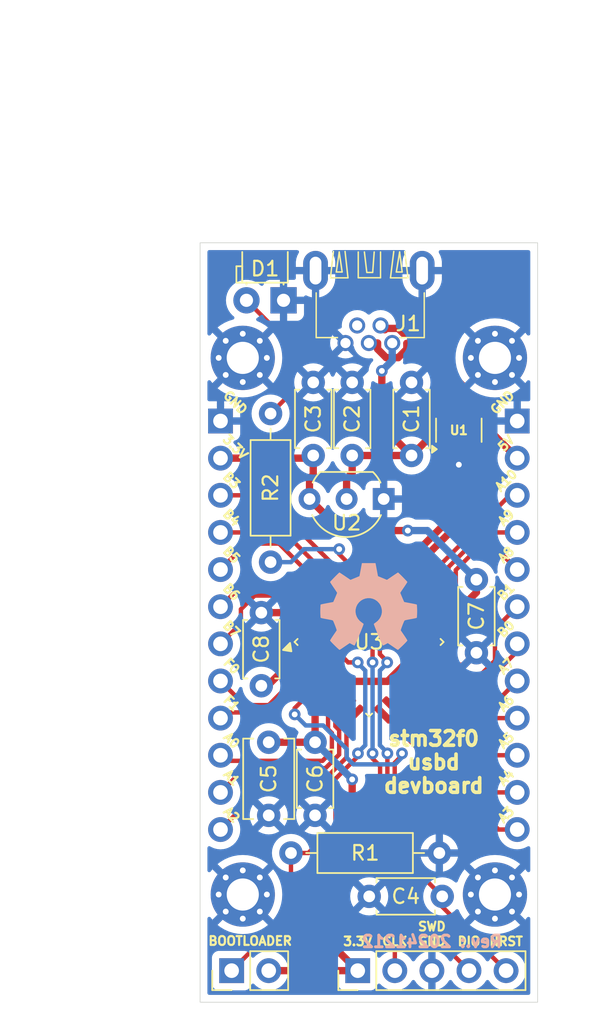
<source format=kicad_pcb>
(kicad_pcb (version 20240108) (generator "pcbnew") (generator_version "8.0")
  (title_block (title "stm32f0-usbd-devboard") (date "2024-12-12") (rev "20241212") (comment 3 "Released under CERN Open Hardware Licence Version 2 - Strongly Reciprocal") (comment 4 "Designed by: Rafael G. Martins"))
  (layers (0 "F.Cu" signal) (31 "B.Cu" signal) (34 "B.Paste" user) (35 "F.Paste" user) (36 "B.SilkS" user "B.Silkscreen") (37 "F.SilkS" user "F.Silkscreen") (38 "B.Mask" user) (39 "F.Mask" user) (44 "Edge.Cuts" user))
  (net 0 "")
  (net 1 "5V")
  (net 2 "3.3V")
  (net 3 "Net-(D1-A)")
  (net 4 "/USB_CONN_D-")
  (net 6 "/USB_CONN_D+")
  (net 7 "Net-(JP1-A)")
  (net 8 "LED")
  (net 9 "USB_D+")
  (net 10 "USB_D-")
  (net 11 "B6")
  (net 12 "A0")
  (net 13 "A2")
  (net 14 "F0")
  (net 15 "F1")
  (net 16 "B3")
  (net 17 "B5")
  (net 18 "A1")
  (net 19 "B4")
  (net 20 "B7")
  (net 21 "B0")
  (net 22 "A6")
  (net 23 "A8")
  (net 24 "A5")
  (net 25 "A7")
  (net 26 "B1")
  (net 27 "A4")
  (net 28 "A3")
  (net 29 "A9")
  (net 30 "A10")
  (net 31 "GND")
  (net 32 "NRST")
  (net 33 "CLK")
  (net 34 "DIO")
  (footprint "custom:C_TDK_FA28" (layer "F.Cu") (at 154.432 106.4006 90)
    (property "Reference" "C7" (at 2.5 0 90) (layer "F.SilkS"))
    (property "Value" "100n")
    (pad "1" thru_hole circle (at 0 0 90) (size 1.6 1.6) (drill 0.8) (layers "*.Cu" "*.Mask") (net 31 "GND"))
    (pad "2" thru_hole circle (at 5 0 90) (size 1.6 1.6) (drill 0.8) (layers "*.Cu" "*.Mask") (net 2 "3.3V"))
  )
  (footprint "custom:USB_Mini-B_PTH" (layer "F.Cu") (at 148.666 85.217 180)
    (property "Reference" "J1" (at -0.14 1.327 0) (layer "F.SilkS") (effects (justify left)))
    (property "Value" "USB_B_Mini" (hide yes))
    (pad "1" thru_hole circle (at 0 0 90) (size 1.1 1.1) (drill 0.7) (layers "*.Cu" "*.Mask") (net 1 "5V"))
    (pad "2" thru_hole circle (at 0.8 1.2 90) (size 1.1 1.1) (drill 0.7) (layers "*.Cu" "*.Mask") (net 4 "/USB_CONN_D-"))
    (pad "3" thru_hole circle (at 1.6 0 90) (size 1.1 1.1) (drill 0.7) (layers "*.Cu" "*.Mask") (net 6 "/USB_CONN_D+"))
    (pad "4" thru_hole circle (at 2.4 1.2 90) (size 1.1 1.1) (drill 0.7) (layers "*.Cu" "*.Mask"))
    (pad "5" thru_hole circle (at 3.2 0 90) (size 1.1 1.1) (drill 0.7) (layers "*.Cu" "*.Mask") (net 31 "GND"))
    (pad "6" thru_hole oval (at -2.05 4.953 90) (size 2.7 1.7) (drill oval 1.9 0.8) (layers "*.Cu" "*.Mask") (net 31 "GND"))
    (pad "6" thru_hole oval (at 5.25 4.953 90) (size 2.7 1.7) (drill oval 1.9 0.8) (layers "*.Cu" "*.Mask") (net 31 "GND"))
  )
  (footprint "custom:LED_D3.0mm_Horizontal_O1.27mm_Z2.0mm" (layer "F.Cu") (at 141.224 82.296 180)
    (property "Reference" "D1" (at 1.27 2.159 180) (layer "F.SilkS"))
    (property "Value" "LED Green 3mm")
    (pad "1" thru_hole rect (at 0 0 180) (size 1.8 1.8) (drill 0.9) (layers "*.Cu" "*.Mask") (net 31 "GND"))
    (pad "2" thru_hole circle (at 2.54 0 180) (size 1.8 1.8) (drill 0.9) (layers "*.Cu" "*.Mask") (net 3 "Net-(D1-A)"))
  )
  (footprint "custom:C_TDK_FA28" (layer "F.Cu") (at 143.256 87.9094 -90)
    (property "Reference" "C3" (at 2.5 0 90) (layer "F.SilkS"))
    (property "Value" "1u")
    (pad "1" thru_hole circle (at 0 0 270) (size 1.6 1.6) (drill 0.8) (layers "*.Cu" "*.Mask") (net 31 "GND"))
    (pad "2" thru_hole circle (at 5 0 270) (size 1.6 1.6) (drill 0.8) (layers "*.Cu" "*.Mask") (net 2 "3.3V"))
  )
  (footprint "custom:C_TDK_FA28" (layer "F.Cu") (at 149.987 87.9094 -90)
    (property "Reference" "C1" (at 2.5 0 90) (layer "F.SilkS"))
    (property "Value" "100n")
    (pad "1" thru_hole circle (at 0 0 270) (size 1.6 1.6) (drill 0.8) (layers "*.Cu" "*.Mask") (net 31 "GND"))
    (pad "2" thru_hole circle (at 5 0 270) (size 1.6 1.6) (drill 0.8) (layers "*.Cu" "*.Mask") (net 1 "5V"))
  )
  (footprint "custom:R_YAGEO_MFR-25FTE52_Horizontal" (layer "F.Cu") (at 140.335 100.203 90)
    (property "Reference" "R2" (at 5.08 0 90) (layer "F.SilkS"))
    (property "Value" "10k")
    (pad "1" thru_hole circle (at 0 0 90) (size 1.6 1.6) (drill 0.8) (layers "*.Cu" "*.Mask") (net 8 "LED"))
    (pad "2" thru_hole oval (at 10.16 0 90) (size 1.6 1.6) (drill 0.8) (layers "*.Cu" "*.Mask") (net 3 "Net-(D1-A)"))
  )
  (footprint "MountingHole:MountingHole_2.2mm_M2_Pad_Via" (layer "F.Cu") (at 138.43 86.233)
    (property "Reference" "H1" (hide yes))
    (property "Value" "MountingHole_Pad")
    (pad "1" thru_hole circle (at -1.65 0) (size 0.7 0.7) (drill 0.4) (layers "*.Cu" "*.Mask") (net 31 "GND"))
    (pad "1" thru_hole circle (at -1.166726 -1.166726) (size 0.7 0.7) (drill 0.4) (layers "*.Cu" "*.Mask") (net 31 "GND"))
    (pad "1" thru_hole circle (at -1.166726 1.166726) (size 0.7 0.7) (drill 0.4) (layers "*.Cu" "*.Mask") (net 31 "GND"))
    (pad "1" thru_hole circle (at 0 -1.65) (size 0.7 0.7) (drill 0.4) (layers "*.Cu" "*.Mask") (net 31 "GND"))
    (pad "1" thru_hole circle (at 0 0) (size 4.4 4.4) (drill 2.2) (layers "*.Cu" "*.Mask") (net 31 "GND"))
    (pad "1" thru_hole circle (at 0 1.65) (size 0.7 0.7) (drill 0.4) (layers "*.Cu" "*.Mask") (net 31 "GND"))
    (pad "1" thru_hole circle (at 1.166726 -1.166726) (size 0.7 0.7) (drill 0.4) (layers "*.Cu" "*.Mask") (net 31 "GND"))
    (pad "1" thru_hole circle (at 1.166726 1.166726) (size 0.7 0.7) (drill 0.4) (layers "*.Cu" "*.Mask") (net 31 "GND"))
    (pad "1" thru_hole circle (at 1.65 0) (size 0.7 0.7) (drill 0.4) (layers "*.Cu" "*.Mask") (net 31 "GND"))
  )
  (footprint "custom:C_TDK_FA28" (layer "F.Cu") (at 139.7 103.6574 -90)
    (property "Reference" "C8" (at 2.5 0 90) (layer "F.SilkS"))
    (property "Value" "100n")
    (pad "1" thru_hole circle (at 0 0 270) (size 1.6 1.6) (drill 0.8) (layers "*.Cu" "*.Mask") (net 31 "GND"))
    (pad "2" thru_hole circle (at 5 0 270) (size 1.6 1.6) (drill 0.8) (layers "*.Cu" "*.Mask") (net 2 "3.3V"))
  )
  (footprint "custom:C_TDK_FA26" (layer "F.Cu") (at 140.208 117.522 90)
    (property "Reference" "C5" (at 2.5 0 90) (layer "F.SilkS"))
    (property "Value" "10u")
    (pad "1" thru_hole circle (at 0 0 90) (size 1.6 1.6) (drill 0.8) (layers "*.Cu" "*.Mask") (net 31 "GND"))
    (pad "2" thru_hole circle (at 5 0 90) (size 1.6 1.6) (drill 0.8) (layers "*.Cu" "*.Mask") (net 2 "3.3V"))
  )
  (footprint "custom:C_TDK_FA28" (layer "F.Cu") (at 147.0914 123.063)
    (property "Reference" "C4" (at 2.5 0 0) (layer "F.SilkS"))
    (property "Value" "100n")
    (pad "1" thru_hole circle (at 0 0) (size 1.6 1.6) (drill 0.8) (layers "*.Cu" "*.Mask") (net 31 "GND"))
    (pad "2" thru_hole circle (at 5 0) (size 1.6 1.6) (drill 0.8) (layers "*.Cu" "*.Mask") (net 32 "NRST"))
  )
  (footprint "MountingHole:MountingHole_2.2mm_M2_Pad_Via" (layer "F.Cu") (at 155.702 122.936)
    (property "Reference" "H4" (hide yes))
    (property "Value" "MountingHole_Pad")
    (pad "1" thru_hole circle (at -1.65 0) (size 0.7 0.7) (drill 0.4) (layers "*.Cu" "*.Mask") (net 31 "GND"))
    (pad "1" thru_hole circle (at -1.166726 -1.166726) (size 0.7 0.7) (drill 0.4) (layers "*.Cu" "*.Mask") (net 31 "GND"))
    (pad "1" thru_hole circle (at -1.166726 1.166726) (size 0.7 0.7) (drill 0.4) (layers "*.Cu" "*.Mask") (net 31 "GND"))
    (pad "1" thru_hole circle (at 0 -1.65) (size 0.7 0.7) (drill 0.4) (layers "*.Cu" "*.Mask") (net 31 "GND"))
    (pad "1" thru_hole circle (at 0 0) (size 4.4 4.4) (drill 2.2) (layers "*.Cu" "*.Mask") (net 31 "GND"))
    (pad "1" thru_hole circle (at 0 1.65) (size 0.7 0.7) (drill 0.4) (layers "*.Cu" "*.Mask") (net 31 "GND"))
    (pad "1" thru_hole circle (at 1.166726 -1.166726) (size 0.7 0.7) (drill 0.4) (layers "*.Cu" "*.Mask") (net 31 "GND"))
    (pad "1" thru_hole circle (at 1.166726 1.166726) (size 0.7 0.7) (drill 0.4) (layers "*.Cu" "*.Mask") (net 31 "GND"))
    (pad "1" thru_hole circle (at 1.65 0) (size 0.7 0.7) (drill 0.4) (layers "*.Cu" "*.Mask") (net 31 "GND"))
  )
  (footprint "MountingHole:MountingHole_2.2mm_M2_Pad_Via" (layer "F.Cu") (at 155.702 86.233)
    (property "Reference" "H2" (hide yes))
    (property "Value" "MountingHole_Pad")
    (pad "1" thru_hole circle (at -1.65 0) (size 0.7 0.7) (drill 0.4) (layers "*.Cu" "*.Mask") (net 31 "GND"))
    (pad "1" thru_hole circle (at -1.166726 -1.166726) (size 0.7 0.7) (drill 0.4) (layers "*.Cu" "*.Mask") (net 31 "GND"))
    (pad "1" thru_hole circle (at -1.166726 1.166726) (size 0.7 0.7) (drill 0.4) (layers "*.Cu" "*.Mask") (net 31 "GND"))
    (pad "1" thru_hole circle (at 0 -1.65) (size 0.7 0.7) (drill 0.4) (layers "*.Cu" "*.Mask") (net 31 "GND"))
    (pad "1" thru_hole circle (at 0 0) (size 4.4 4.4) (drill 2.2) (layers "*.Cu" "*.Mask") (net 31 "GND"))
    (pad "1" thru_hole circle (at 0 1.65) (size 0.7 0.7) (drill 0.4) (layers "*.Cu" "*.Mask") (net 31 "GND"))
    (pad "1" thru_hole circle (at 1.166726 -1.166726) (size 0.7 0.7) (drill 0.4) (layers "*.Cu" "*.Mask") (net 31 "GND"))
    (pad "1" thru_hole circle (at 1.166726 1.166726) (size 0.7 0.7) (drill 0.4) (layers "*.Cu" "*.Mask") (net 31 "GND"))
    (pad "1" thru_hole circle (at 1.65 0) (size 0.7 0.7) (drill 0.4) (layers "*.Cu" "*.Mask") (net 31 "GND"))
  )
  (footprint "Package_TO_SOT_THT:TO-92_Inline_Wide" (layer "F.Cu") (at 148.082 95.885 180)
    (property "Reference" "U2" (at 2.54 -1.63 0) (layer "F.SilkS"))
    (property "Value" "MCP1700-3302E")
    (pad "1" thru_hole rect (at 0 0 180) (size 1.5 1.5) (drill 0.8) (layers "*.Cu" "*.Mask") (net 31 "GND"))
    (pad "2" thru_hole circle (at 2.54 0 180) (size 1.5 1.5) (drill 0.8) (layers "*.Cu" "*.Mask") (net 1 "5V"))
    (pad "3" thru_hole circle (at 5.08 0 180) (size 1.5 1.5) (drill 0.8) (layers "*.Cu" "*.Mask") (net 2 "3.3V"))
  )
  (footprint "MountingHole:MountingHole_2.2mm_M2_Pad_Via" (layer "F.Cu") (at 138.431 122.936)
    (property "Reference" "H3" (hide yes))
    (property "Value" "MountingHole_Pad")
    (pad "1" thru_hole circle (at -1.65 0) (size 0.7 0.7) (drill 0.4) (layers "*.Cu" "*.Mask") (net 31 "GND"))
    (pad "1" thru_hole circle (at -1.166726 -1.166726) (size 0.7 0.7) (drill 0.4) (layers "*.Cu" "*.Mask") (net 31 "GND"))
    (pad "1" thru_hole circle (at -1.166726 1.166726) (size 0.7 0.7) (drill 0.4) (layers "*.Cu" "*.Mask") (net 31 "GND"))
    (pad "1" thru_hole circle (at 0 -1.65) (size 0.7 0.7) (drill 0.4) (layers "*.Cu" "*.Mask") (net 31 "GND"))
    (pad "1" thru_hole circle (at 0 0) (size 4.4 4.4) (drill 2.2) (layers "*.Cu" "*.Mask") (net 31 "GND"))
    (pad "1" thru_hole circle (at 0 1.65) (size 0.7 0.7) (drill 0.4) (layers "*.Cu" "*.Mask") (net 31 "GND"))
    (pad "1" thru_hole circle (at 1.166726 -1.166726) (size 0.7 0.7) (drill 0.4) (layers "*.Cu" "*.Mask") (net 31 "GND"))
    (pad "1" thru_hole circle (at 1.166726 1.166726) (size 0.7 0.7) (drill 0.4) (layers "*.Cu" "*.Mask") (net 31 "GND"))
    (pad "1" thru_hole circle (at 1.65 0) (size 0.7 0.7) (drill 0.4) (layers "*.Cu" "*.Mask") (net 31 "GND"))
  )
  (footprint "custom:C_TDK_FA28" (layer "F.Cu") (at 143.383 117.522 90)
    (property "Reference" "C6" (at 2.5 0 90) (layer "F.SilkS"))
    (property "Value" "100n")
    (pad "1" thru_hole circle (at 0 0 90) (size 1.6 1.6) (drill 0.8) (layers "*.Cu" "*.Mask") (net 31 "GND"))
    (pad "2" thru_hole circle (at 5 0 90) (size 1.6 1.6) (drill 0.8) (layers "*.Cu" "*.Mask") (net 2 "3.3V"))
  )
  (footprint "Package_TO_SOT_SMD:SOT-23-6" (layer "F.Cu") (at 153.228 91.1805 90)
    (property "Reference" "U1" (at -0.0055 0 180) (layer "F.SilkS") (effects (font (size 0.6 0.6))))
    (property "Value" "USBLC6-2SC6")
    (pad "1" smd roundrect (at -1.1375 -0.95 90) (size 1.325 0.6) (layers "F.Cu" "F.Paste" "F.Mask") (net 9 "USB_D+"))
    (pad "2" smd roundrect (at -1.1375 0 90) (size 1.325 0.6) (layers "F.Cu" "F.Paste" "F.Mask") (net 31 "GND"))
    (pad "3" smd roundrect (at -1.1375 0.95 90) (size 1.325 0.6) (layers "F.Cu" "F.Paste" "F.Mask") (net 10 "USB_D-"))
    (pad "4" smd roundrect (at 1.1375 0.95 90) (size 1.325 0.6) (layers "F.Cu" "F.Paste" "F.Mask") (net 4 "/USB_CONN_D-"))
    (pad "5" smd roundrect (at 1.1375 0 90) (size 1.325 0.6) (layers "F.Cu" "F.Paste" "F.Mask") (net 1 "5V"))
    (pad "6" smd roundrect (at 1.1375 -0.95 90) (size 1.325 0.6) (layers "F.Cu" "F.Paste" "F.Mask") (net 6 "/USB_CONN_D+"))
  )
  (footprint "custom:R_YAGEO_MFR-25FTE52_Horizontal" (layer "F.Cu") (at 141.732 120.096384)
    (property "Reference" "R1" (at 5.08 0 0) (layer "F.SilkS"))
    (property "Value" "10k")
    (pad "1" thru_hole circle (at 0 0) (size 1.6 1.6) (drill 0.8) (layers "*.Cu" "*.Mask") (net 7 "Net-(JP1-A)"))
    (pad "2" thru_hole oval (at 10.16 0) (size 1.6 1.6) (drill 0.8) (layers "*.Cu" "*.Mask") (net 31 "GND"))
  )
  (footprint "Connector_PinHeader_2.54mm:PinHeader_1x02_P2.54mm_Vertical" (layer "F.Cu") (at 137.668 128.143 90)
    (property "Reference" "JP1" (hide yes))
    (property "Value" "BOOTLOADER" (hide yes))
    (property "Descr" "BOOTLOADER" (at 2.032 1.27 0) (layer "F.SilkS") (effects (font (size 0.6 0.6))))
    (pad "1" thru_hole rect (at 0 0 90) (size 1.7 1.7) (drill 1) (layers "*.Cu" "*.Mask") (net 7 "Net-(JP1-A)"))
    (pad "2" thru_hole oval (at 0 2.54 90) (size 1.7 1.7) (drill 1) (layers "*.Cu" "*.Mask") (net 2 "3.3V"))
  )
  (footprint "Package_QFP:LQFP-32_7x7mm_P0.8mm" (layer "F.Cu") (at 147.079957 105.664 45)
    (property "Reference" "U3" (at 0 0 180) (layer "F.SilkS"))
    (property "Value" "STM32F042K4T6 or STM32F042K6T6")
    (pad "1" smd roundrect (at -4.175 -2.8 45) (size 1.5 0.5) (layers "F.Cu" "F.Paste" "F.Mask") (net 2 "3.3V"))
    (pad "2" smd roundrect (at -4.175 -2 45) (size 1.5 0.5) (layers "F.Cu" "F.Paste" "F.Mask") (net 14 "F0"))
    (pad "3" smd roundrect (at -4.175 -1.2 45) (size 1.5 0.5) (layers "F.Cu" "F.Paste" "F.Mask") (net 15 "F1"))
    (pad "4" smd roundrect (at -4.175 -0.4 45) (size 1.5 0.5) (layers "F.Cu" "F.Paste" "F.Mask") (net 32 "NRST"))
    (pad "5" smd roundrect (at -4.175 0.4 45) (size 1.5 0.5) (layers "F.Cu" "F.Paste" "F.Mask") (net 2 "3.3V"))
    (pad "6" smd roundrect (at -4.175 1.2 45) (size 1.5 0.5) (layers "F.Cu" "F.Paste" "F.Mask") (net 12 "A0"))
    (pad "7" smd roundrect (at -4.175 2 45) (size 1.5 0.5) (layers "F.Cu" "F.Paste" "F.Mask") (net 18 "A1"))
    (pad "8" smd roundrect (at -4.175 2.8 45) (size 1.5 0.5) (layers "F.Cu" "F.Paste" "F.Mask") (net 13 "A2"))
    (pad "9" smd roundrect (at -2.8 4.175 45) (size 0.5 1.5) (layers "F.Cu" "F.Paste" "F.Mask") (net 28 "A3"))
    (pad "10" smd roundrect (at -2 4.175 45) (size 0.5 1.5) (layers "F.Cu" "F.Paste" "F.Mask") (net 27 "A4"))
    (pad "11" smd roundrect (at -1.2 4.175 45) (size 0.5 1.5) (layers "F.Cu" "F.Paste" "F.Mask") (net 24 "A5"))
    (pad "12" smd roundrect (at -0.4 4.175 45) (size 0.5 1.5) (layers "F.Cu" "F.Paste" "F.Mask") (net 22 "A6"))
    (pad "13" smd roundrect (at 0.4 4.175 45) (size 0.5 1.5) (layers "F.Cu" "F.Paste" "F.Mask") (net 25 "A7"))
    (pad "14" smd roundrect (at 1.2 4.175 45) (size 0.5 1.5) (layers "F.Cu" "F.Paste" "F.Mask") (net 21 "B0"))
    (pad "15" smd roundrect (at 2 4.175 45) (size 0.5 1.5) (layers "F.Cu" "F.Paste" "F.Mask") (net 26 "B1"))
    (pad "16" smd roundrect (at 2.8 4.175 45) (size 0.5 1.5) (layers "F.Cu" "F.Paste" "F.Mask") (net 31 "GND"))
    (pad "17" smd roundrect (at 4.175 2.8 45) (size 1.5 0.5) (layers "F.Cu" "F.Paste" "F.Mask") (net 2 "3.3V"))
    (pad "18" smd roundrect (at 4.175 2 45) (size 1.5 0.5) (layers "F.Cu" "F.Paste" "F.Mask") (net 23 "A8"))
    (pad "19" smd roundrect (at 4.175 1.2 45) (size 1.5 0.5) (layers "F.Cu" "F.Paste" "F.Mask") (net 29 "A9"))
    (pad "20" smd roundrect (at 4.175 0.4 45) (size 1.5 0.5) (layers "F.Cu" "F.Paste" "F.Mask") (net 30 "A10"))
    (pad "21" smd roundrect (at 4.175 -0.4 45) (size 1.5 0.5) (layers "F.Cu" "F.Paste" "F.Mask") (net 10 "USB_D-"))
    (pad "22" smd roundrect (at 4.175 -1.2 45) (size 1.5 0.5) (layers "F.Cu" "F.Paste" "F.Mask") (net 9 "USB_D+"))
    (pad "23" smd roundrect (at 4.175 -2 45) (size 1.5 0.5) (layers "F.Cu" "F.Paste" "F.Mask") (net 34 "DIO"))
    (pad "24" smd roundrect (at 4.175 -2.8 45) (size 1.5 0.5) (layers "F.Cu" "F.Paste" "F.Mask") (net 33 "CLK"))
    (pad "25" smd roundrect (at 2.8 -4.175 45) (size 0.5 1.5) (layers "F.Cu" "F.Paste" "F.Mask") (net 8 "LED"))
    (pad "26" smd roundrect (at 2 -4.175 45) (size 0.5 1.5) (layers "F.Cu" "F.Paste" "F.Mask") (net 16 "B3"))
    (pad "27" smd roundrect (at 1.2 -4.175 45) (size 0.5 1.5) (layers "F.Cu" "F.Paste" "F.Mask") (net 19 "B4"))
    (pad "28" smd roundrect (at 0.4 -4.175 45) (size 0.5 1.5) (layers "F.Cu" "F.Paste" "F.Mask") (net 17 "B5"))
    (pad "29" smd roundrect (at -0.4 -4.175 45) (size 0.5 1.5) (layers "F.Cu" "F.Paste" "F.Mask") (net 11 "B6"))
    (pad "30" smd roundrect (at -1.2 -4.175 45) (size 0.5 1.5) (layers "F.Cu" "F.Paste" "F.Mask") (net 20 "B7"))
    (pad "31" smd roundrect (at -2 -4.175 45) (size 0.5 1.5) (layers "F.Cu" "F.Paste" "F.Mask") (net 7 "Net-(JP1-A)"))
    (pad "32" smd roundrect (at -2.8 -4.175 45) (size 0.5 1.5) (layers "F.Cu" "F.Paste" "F.Mask") (net 31 "GND"))
  )
  (footprint "custom:PinHeader_SWD_1x05_P2.54mm_Vertical" (layer "F.Cu") (at 146.304 128.143)
    (property "Reference" "J2" (hide yes))
    (property "Value" "PIN H 5P")
    (fp_text user "${NET_NAME(1)}" (at 0 -1.651 0) (layer "F.SilkS") (effects (font (size 0.6 0.6) (thickness 0.15) (bold yes)) (justify bottom)))
    (fp_text user "${NET_NAME(2)}" (at 2.54 -1.651 0) (layer "F.SilkS") (effects (font (size 0.6 0.6) (thickness 0.15) (bold yes)) (justify bottom)))
    (fp_text user "${Descr}" (at 5.08 -2.667 0) (layer "F.SilkS") (effects (font (size 0.6 0.6) (thickness 0.15) (bold yes)) (justify bottom)))
    (fp_text user "${NET_NAME(5)}" (at 10.16 -1.651 0) (layer "F.SilkS") (effects (font (size 0.6 0.6) (thickness 0.15) (bold yes)) (justify bottom)))
    (fp_text user "${NET_NAME(3)}" (at 5.08 -1.651 0) (layer "F.SilkS") (effects (font (size 0.6 0.6) (thickness 0.15) (bold yes)) (justify bottom)))
    (fp_text user "${NET_NAME(4)}" (at 7.62 -1.651 0) (layer "F.SilkS") (effects (font (size 0.6 0.6) (thickness 0.15) (bold yes)) (justify bottom)))
    (pad "1" thru_hole rect (at 0 0 90) (size 1.7 1.7) (drill 1) (layers "*.Cu" "*.Mask") (net 2 "3.3V"))
    (pad "2" thru_hole oval (at 2.54 0 90) (size 1.7 1.7) (drill 1) (layers "*.Cu" "*.Mask") (net 33 "CLK"))
    (pad "3" thru_hole oval (at 5.08 0 90) (size 1.7 1.7) (drill 1) (layers "*.Cu" "*.Mask") (net 31 "GND"))
    (pad "4" thru_hole oval (at 7.62 0 90) (size 1.7 1.7) (drill 1) (layers "*.Cu" "*.Mask") (net 34 "DIO"))
    (pad "5" thru_hole oval (at 10.16 0 90) (size 1.7 1.7) (drill 1) (layers "*.Cu" "*.Mask") (net 32 "NRST"))
  )
  (footprint "custom:C_TDK_FA28" (layer "F.Cu") (at 145.923 87.9094 -90)
    (property "Reference" "C2" (at 2.5 0 90) (layer "F.SilkS"))
    (property "Value" "1u")
    (pad "1" thru_hole circle (at 0 0 270) (size 1.6 1.6) (drill 0.8) (layers "*.Cu" "*.Mask") (net 31 "GND"))
    (pad "2" thru_hole circle (at 5 0 270) (size 1.6 1.6) (drill 0.8) (layers "*.Cu" "*.Mask") (net 1 "5V"))
  )
  (footprint "custom:PinHeader_DevBoard_Right_Connector_1x12_P2.54mm_Vertical" (layer "B.Cu") (at 157.226 90.551 180)
    (property "Reference" "J4" (hide yes))
    (property "Value" "RIGHT")
    (fp_text user "${NET_NAME(12)}" (at 0.508 -27.178 45) (layer "F.SilkS") (effects (font (size 0.6 0.6) (thickness 0.15) (bold yes)) (justify bottom)))
    (fp_text user "${NET_NAME(8)}" (at 0.508 -17.018 45) (layer "F.SilkS") (effects (font (size 0.6 0.6) (thickness 0.15) (bold yes)) (justify bottom)))
    (fp_text user "${NET_NAME(11)}" (at 0.508 -24.638 45) (layer "F.SilkS") (effects (font (size 0.6 0.6) (thickness 0.15) (bold yes)) (justify bottom)))
    (fp_text user "${NET_NAME(5)}" (at 0.508 -9.398 45) (layer "F.SilkS") (effects (font (size 0.6 0.6) (thickness 0.15) (bold yes)) (justify bottom)))
    (fp_text user "${NET_NAME(2)}" (at 0.508 -1.778 45) (layer "F.SilkS") (effects (font (size 0.6 0.6) (thickness 0.15) (bold yes)) (justify bottom)))
    (fp_text user "${NET_NAME(1)}" (at 0.762 1.016 45) (layer "F.SilkS") (effects (font (size 0.6 0.6) (thickness 0.15) (bold yes)) (justify bottom)))
    (fp_text user "${NET_NAME(6)}" (at 0.508 -11.938 45) (layer "F.SilkS") (effects (font (size 0.6 0.6) (thickness 0.15) (bold yes)) (justify bottom)))
    (fp_text user "${NET_NAME(7)}" (at 0.508 -14.478 45) (layer "F.SilkS") (effects (font (size 0.6 0.6) (thickness 0.15) (bold yes)) (justify bottom)))
    (fp_text user "${NET_NAME(10)}" (at 0.508 -22.098 45) (layer "F.SilkS") (effects (font (size 0.6 0.6) (thickness 0.15) (bold yes)) (justify bottom)))
    (fp_text user "${NET_NAME(4)}" (at 0.508 -6.858 45) (layer "F.SilkS") (effects (font (size 0.6 0.6) (thickness 0.15) (bold yes)) (justify bottom)))
    (fp_text user "${NET_NAME(3)}" (at 0.508 -4.318 45) (layer "F.SilkS") (effects (font (size 0.6 0.6) (thickness 0.15) (bold yes)) (justify bottom)))
    (fp_text user "${NET_NAME(9)}" (at 0.508 -19.558 45) (layer "F.SilkS") (effects (font (size 0.6 0.6) (thickness 0.15) (bold yes)) (justify bottom)))
    (pad "1" thru_hole rect (at 0 0 180) (size 1.7 1.7) (drill 1) (layers "*.Cu" "*.Mask") (net 31 "GND"))
    (pad "2" thru_hole oval (at 0 -2.54 180) (size 1.7 1.7) (drill 1) (layers "*.Cu" "*.Mask") (net 1 "5V"))
    (pad "3" thru_hole oval (at 0 -5.08 180) (size 1.7 1.7) (drill 1) (layers "*.Cu" "*.Mask") (net 30 "A10"))
    (pad "4" thru_hole oval (at 0 -7.62 180) (size 1.7 1.7) (drill 1) (layers "*.Cu" "*.Mask") (net 29 "A9"))
    (pad "5" thru_hole oval (at 0 -10.16 180) (size 1.7 1.7) (drill 1) (layers "*.Cu" "*.Mask") (net 23 "A8"))
    (pad "6" thru_hole oval (at 0 -12.7 180) (size 1.7 1.7) (drill 1) (layers "*.Cu" "*.Mask") (net 26 "B1"))
    (pad "7" thru_hole oval (at 0 -15.24 180) (size 1.7 1.7) (drill 1) (layers "*.Cu" "*.Mask") (net 21 "B0"))
    (pad "8" thru_hole oval (at 0 -17.78 180) (size 1.7 1.7) (drill 1) (layers "*.Cu" "*.Mask") (net 25 "A7"))
    (pad "9" thru_hole oval (at 0 -20.32 180) (size 1.7 1.7) (drill 1) (layers "*.Cu" "*.Mask") (net 22 "A6"))
    (pad "10" thru_hole oval (at 0 -22.86 180) (size 1.7 1.7) (drill 1) (layers "*.Cu" "*.Mask") (net 24 "A5"))
    (pad "11" thru_hole oval (at 0 -25.4 180) (size 1.7 1.7) (drill 1) (layers "*.Cu" "*.Mask") (net 27 "A4"))
    (pad "12" thru_hole oval (at 0 -27.94 180) (size 1.7 1.7) (drill 1) (layers "*.Cu" "*.Mask") (net 28 "A3"))
  )
  (footprint "Symbol:OSHW-Symbol_6.7x6mm_SilkScreen" (layer "B.Cu") (at 147.066 103.251 180)
    (property "Reference" "REF**" (hide yes))
    (property "Value" "OSHW-Symbol_6.7x6mm_SilkScreen" (hide yes))
  )
  (footprint "custom:PinHeader_DevBoard_Left_Connector_1x12_P2.54mm_Vertical" (layer "B.Cu") (at 136.906 90.551 180)
    (property "Reference" "J3" (hide yes))
    (property "Value" "LEFT")
    (fp_text user "${NET_NAME(9)}" (at -0.508 -19.558 -45) (layer "F.SilkS") (effects (font (size 0.6 0.6) (thickness 0.15) (bold yes)) (justify bottom)))
    (fp_text user "${NET_NAME(7)}" (at -0.508 -14.478 -45) (layer "F.SilkS") (effects (font (size 0.6 0.6) (thickness 0.15) (bold yes)) (justify bottom)))
    (fp_text user "${NET_NAME(5)}" (at -0.508 -9.398 -45) (layer "F.SilkS") (effects (font (size 0.6 0.6) (thickness 0.15) (bold yes)) (justify bottom)))
    (fp_text user "${NET_NAME(1)}" (at -0.762 1.016 -45) (layer "F.SilkS") (effects (font (size 0.6 0.6) (thickness 0.15) (bold yes)) (justify bottom)))
    (fp_text user "${NET_NAME(6)}" (at -0.508 -11.938 -45) (layer "F.SilkS") (effects (font (size 0.6 0.6) (thickness 0.15) (bold yes)) (justify bottom)))
    (fp_text user "${NET_NAME(12)}" (at -0.508 -27.178 -45) (layer "F.SilkS") (effects (font (size 0.6 0.6) (thickness 0.15) (bold yes)) (justify bottom)))
    (fp_text user "${NET_NAME(3)}" (at -0.508 -4.318 -45) (layer "F.SilkS") (effects (font (size 0.6 0.6) (thickness 0.15) (bold yes)) (justify bottom)))
    (fp_text user "${NET_NAME(8)}" (at -0.508 -17.018 -45) (layer "F.SilkS") (effects (font (size 0.6 0.6) (thickness 0.15) (bold yes)) (justify bottom)))
    (fp_text user "${NET_NAME(11)}" (at -0.508 -24.638 -45) (layer "F.SilkS") (effects (font (size 0.6 0.6) (thickness 0.15) (bold yes)) (justify bottom)))
    (fp_text user "${NET_NAME(4)}" (at -0.508 -6.858 -45) (layer "F.SilkS") (effects (font (size 0.6 0.6) (thickness 0.15) (bold yes)) (justify bottom)))
    (fp_text user "${NET_NAME(10)}" (at -0.508 -22.098 -45) (layer "F.SilkS") (effects (font (size 0.6 0.6) (thickness 0.15) (bold yes)) (justify bottom)))
    (fp_text user "${NET_NAME(2)}" (at -0.762 -2.034 -45) (layer "F.SilkS") (effects (font (size 0.6 0.6) (thickness 0.15) (bold yes)) (justify bottom)))
    (pad "1" thru_hole rect (at 0 0 180) (size 1.7 1.7) (drill 1) (layers "*.Cu" "*.Mask") (net 31 "GND"))
    (pad "2" thru_hole oval (at 0 -2.54 180) (size 1.7 1.7) (drill 1) (layers "*.Cu" "*.Mask") (net 2 "3.3V"))
    (pad "3" thru_hole oval (at 0 -5.08 180) (size 1.7 1.7) (drill 1) (layers "*.Cu" "*.Mask") (net 16 "B3"))
    (pad "4" thru_hole oval (at 0 -7.62 180) (size 1.7 1.7) (drill 1) (layers "*.Cu" "*.Mask") (net 19 "B4"))
    (pad "5" thru_hole oval (at 0 -10.16 180) (size 1.7 1.7) (drill 1) (layers "*.Cu" "*.Mask") (net 17 "B5"))
    (pad "6" thru_hole oval (at 0 -12.7 180) (size 1.7 1.7) (drill 1) (layers "*.Cu" "*.Mask") (net 11 "B6"))
    (pad "7" thru_hole oval (at 0 -15.24 180) (size 1.7 1.7) (drill 1) (layers "*.Cu" "*.Mask") (net 20 "B7"))
    (pad "8" thru_hole oval (at 0 -17.78 180) (size 1.7 1.7) (drill 1) (layers "*.Cu" "*.Mask") (net 14 "F0"))
    (pad "9" thru_hole oval (at 0 -20.32 180) (size 1.7 1.7) (drill 1) (layers "*.Cu" "*.Mask") (net 15 "F1"))
    (pad "10" thru_hole oval (at 0 -22.86 180) (size 1.7 1.7) (drill 1) (layers "*.Cu" "*.Mask") (net 12 "A0"))
    (pad "11" thru_hole oval (at 0 -25.4 180) (size 1.7 1.7) (drill 1) (layers "*.Cu" "*.Mask") (net 18 "A1"))
    (pad "12" thru_hole oval (at 0 -27.94 180) (size 1.7 1.7) (drill 1) (layers "*.Cu" "*.Mask") (net 13 "A2"))
  )
  (gr_rect (start 135.509 78.359) (end 158.623 130.302) (stroke (width 0.05)) (fill none) (layer "Edge.Cuts"))
  (gr_text "Rev.: ${REVISION}" (at 151.384 126.619 0) (layer "B.SilkS") (effects (font (size 0.8 0.8) (thickness 0.2) (bold yes)) (justify bottom mirror)))
  (gr_text "stm32f0\nusbd\ndevboard" (at 151.511 116.078 0) (layer "F.SilkS") (effects (font (size 1 1) (thickness 0.25) (bold yes)) (justify bottom)))
  (segment (start 151.6909 91.2055) (end 149.987 92.9094) (width 0.5) (layer "F.Cu") (net 1))
  (segment (start 147.955 90.8774) (end 149.987 92.9094) (width 0.5) (layer "F.Cu") (net 1))
  (segment (start 153.228 90.705499) (end 152.727999 91.2055) (width 0.5) (layer "F.Cu") (net 1))
  (segment (start 145.542 94.488) (end 145.923 94.107) (width 0.5) (layer "F.Cu") (net 1))
  (segment (start 153.228 90.043) (end 153.228 90.705499) (width 0.5) (layer "F.Cu") (net 1))
  (segment (start 147.955 87.122) (end 147.955 90.8774) (width 0.5) (layer "F.Cu") (net 1))
  (segment (start 145.542 95.885) (end 145.542 94.488) (width 0.5) (layer "F.Cu") (net 1))
  (segment (start 145.923 92.9094) (end 149.987 92.9094) (width 0.5) (layer "F.Cu") (net 1))
  (segment (start 153.228 90.705499) (end 153.708501 91.186) (width 0.5) (layer "F.Cu") (net 1))
  (segment (start 153.708501 91.186) (end 155.321 91.186) (width 0.5) (layer "F.Cu") (net 1))
  (segment (start 145.923 94.107) (end 145.923 92.9094) (width 0.5) (layer "F.Cu") (net 1))
  (segment (start 155.321 91.186) (end 157.226 93.091) (width 0.5) (layer "F.Cu") (net 1))
  (segment (start 152.727999 91.2055) (end 151.6909 91.2055) (width 0.5) (layer "F.Cu") (net 1))
  (via (at 147.955 87.122) (size 0.8) (drill 0.4) (layers "F.Cu" "B.Cu") (net 1))
  (segment (start 148.666 85.217) (end 148.666 86.411) (width 0.5) (layer "B.Cu") (net 1))
  (segment (start 148.666 86.411) (end 147.955 87.122) (width 0.5) (layer "B.Cu") (net 1))
  (segment (start 149.733 98.044) (end 145.161 98.044) (width 0.5) (layer "F.Cu") (net 2))
  (segment (start 136.906 93.091) (end 143.0744 93.091) (width 0.5) (layer "F.Cu") (net 2))
  (segment (start 143.383 109.926643) (end 144.410629 108.899014) (width 0.5) (layer "F.Cu") (net 2))
  (segment (start 142.689981 106.094178) (end 143.559178 106.094178) (width 0.5) (layer "F.Cu") (net 2))
  (segment (start 142.147887 106.636272) (end 142.689981 106.094178) (width 0.5) (layer "F.Cu") (net 2))
  (segment (start 144.410629 108.899014) (end 144.952723 108.35692) (width 0.5) (layer "F.Cu") (net 2))
  (segment (start 144.78 120.015) (end 144.78 126.619) (width 0.5) (layer "F.Cu") (net 2))
  (segment (start 152.012027 104.691728) (end 154.432 102.271755) (width 0.5) (layer "F.Cu") (net 2))
  (segment (start 144.78 126.619) (end 146.304 128.143) (width 0.5) (layer "F.Cu") (net 2))
  (segment (start 145.161 98.044) (end 143.002 95.885) (width 0.5) (layer "F.Cu") (net 2))
  (segment (start 143.002 95.885) (end 143.002 94.488) (width 0.5) (layer "F.Cu") (net 2))
  (segment (start 143.559178 106.094178) (end 144.952723 107.487723) (width 0.5) (layer "F.Cu") (net 2))
  (segment (start 140.208 128.143) (end 146.304 128.143) (width 0.5) (layer "F.Cu") (net 2))
  (segment (start 144.952723 107.487723) (end 144.952723 108.35692) (width 0.5) (layer "F.Cu") (net 2))
  (segment (start 139.7 108.6574) (end 140.126759 108.6574) (width 0.5) (layer "F.Cu") (net 2))
  (segment (start 143.0744 93.091) (end 143.256 92.9094) (width 0.5) (layer "F.Cu") (net 2))
  (segment (start 140.208 112.522) (end 143.383 112.522) (width 0.5) (layer "F.Cu") (net 2))
  (segment (start 145.923 115.062) (end 145.923 118.872) (width 0.5) (layer "F.Cu") (net 2))
  (segment (start 145.923 118.872) (end 144.78 120.015) (width 0.5) (layer "F.Cu") (net 2))
  (segment (start 143.383 112.522) (end 143.383 109.926643) (width 0.5) (layer "F.Cu") (net 2))
  (segment (start 154.432 102.271755) (end 154.432 101.4006) (width 0.5) (layer "F.Cu") (net 2))
  (segment (start 140.126759 108.6574) (end 142.147887 106.636272) (width 0.5) (layer "F.Cu") (net 2))
  (segment (start 152.012027 104.691728) (end 148.346835 108.35692) (width 0.5) (layer "F.Cu") (net 2))
  (segment (start 143.256 94.234) (end 143.256 92.9094) (width 0.5) (layer "F.Cu") (net 2))
  (segment (start 148.346835 108.35692) (end 144.952723 108.35692) (width 0.5) (layer "F.Cu") (net 2))
  (segment (start 143.002 94.488) (end 143.256 94.234) (width 0.5) (layer "F.Cu") (net 2))
  (via (at 149.733 98.044) (size 0.8) (drill 0.4) (layers "F.Cu" "B.Cu") (net 2))
  (via (at 145.923 115.062) (size 0.8) (drill 0.4) (layers "F.Cu" "B.Cu") (net 2))
  (segment (start 145.923 115.062) (end 143.383 112.522) (width 0.5) (layer "B.Cu") (net 2))
  (segment (start 151.0754 98.044) (end 154.432 101.4006) (width 0.5) (layer "B.Cu") (net 2))
  (segment (start 149.733 98.044) (end 151.0754 98.044) (width 0.5) (layer "B.Cu") (net 2))
  (segment (start 141.478 88.9) (end 141.478 85.09) (width 0.3) (layer "F.Cu") (net 3))
  (segment (start 140.335 90.043) (end 141.478 88.9) (width 0.3) (layer "F.Cu") (net 3))
  (segment (start 141.478 85.09) (end 138.684 82.296) (width 0.3) (layer "F.Cu") (net 3))
  (segment (start 149.080214 84.217) (end 148.251786 84.217) (width 0.5) (layer "F.Cu") (net 4))
  (segment (start 154.178 89.6805) (end 153.978 89.4805) (width 0.5) (layer "F.Cu") (net 4))
  (segment (start 153.558 88.194308) (end 149.920692 84.557) (width 0.5) (layer "F.Cu") (net 4))
  (segment (start 148.251786 84.217) (end 148.158893 84.309893) (width 0.5) (layer "F.Cu") (net 4))
  (segment (start 153.978 89.277816) (end 153.558 88.857816) (width 0.5) (layer "F.Cu") (net 4))
  (segment (start 154.178 90.043) (end 154.178 89.6805) (width 0.5) (layer "F.Cu") (net 4))
  (segment (start 153.558 88.857816) (end 153.558 88.194308) (width 0.5) (layer "F.Cu") (net 4))
  (segment (start 153.978 89.4805) (end 153.978 89.277816) (width 0.5) (layer "F.Cu") (net 4))
  (segment (start 149.920692 84.557) (end 149.420214 84.557) (width 0.5) (layer "F.Cu") (net 4))
  (segment (start 148.158893 84.309893) (end 147.866 84.017) (width 0.5) (layer "F.Cu") (net 4))
  (segment (start 149.420214 84.557) (end 149.080214 84.217) (width 0.5) (layer "F.Cu") (net 4))
  (segment (start 147.666 85.631214) (end 147.666 85.217) (width 0.5) (layer "F.Cu") (net 6))
  (segment (start 152.278 90.043) (end 152.278 89.6805) (width 0.5) (layer "F.Cu") (net 6))
  (segment (start 152.278 89.6805) (end 152.478 89.4805) (width 0.5) (layer "F.Cu") (net 6))
  (segment (start 149.080214 86.217) (end 148.251786 86.217) (width 0.5) (layer "F.Cu") (net 6))
  (segment (start 149.666 85.235692) (end 149.666 85.631214) (width 0.5) (layer "F.Cu") (net 6))
  (segment (start 148.251786 86.217) (end 147.666 85.631214) (width 0.5) (layer "F.Cu") (net 6))
  (segment (start 152.898 88.467692) (end 149.666 85.235692) (width 0.5) (layer "F.Cu") (net 6))
  (segment (start 152.478 89.4805) (end 152.478 89.277816) (width 0.5) (layer "F.Cu") (net 6))
  (segment (start 152.898 88.857816) (end 152.898 88.467692) (width 0.5) (layer "F.Cu") (net 6))
  (segment (start 152.478 89.277816) (end 152.898 88.857816) (width 0.5) (layer "F.Cu") (net 6))
  (segment (start 147.666 85.217) (end 147.066 85.217) (width 0.5) (layer "F.Cu") (net 6))
  (segment (start 149.666 85.631214) (end 149.080214 86.217) (width 0.5) (layer "F.Cu") (net 6))
  (segment (start 144.78 115.02432) (end 144.78 118.237) (width 0.3) (layer "F.Cu") (net 7))
  (segment (start 142.713573 104.126043) (end 145.64853 107.061) (width 0.3) (layer "F.Cu") (net 7))
  (segment (start 141.732 120.096384) (end 141.732 124.079) (width 0.3) (layer "F.Cu") (net 7))
  (segment (start 146.319997 113.284) (end 146.319997 113.484323) (width 0.3) (layer "F.Cu") (net 7))
  (segment (start 142.920616 120.096384) (end 141.732 120.096384) (width 0.3) (layer "F.Cu") (net 7))
  (segment (start 141.732 124.079) (end 137.668 128.143) (width 0.3) (layer "F.Cu") (net 7))
  (segment (start 145.64853 107.061) (end 146.304 107.061) (width 0.3) (layer "F.Cu") (net 7))
  (segment (start 146.319997 113.484323) (end 144.78 115.02432) (width 0.3) (layer "F.Cu") (net 7))
  (segment (start 144.78 118.237) (end 142.920616 120.096384) (width 0.3) (layer "F.Cu") (net 7))
  (via (at 146.304 107.061) (size 0.8) (drill 0.4) (layers "F.Cu" "B.Cu") (net 7))
  (via (at 146.319997 113.284) (size 0.8) (drill 0.4) (layers "F.Cu" "B.Cu") (net 7))
  (segment (start 146.304 107.105661) (end 146.304 107.061) (width 0.3) (layer "B.Cu") (net 7))
  (segment (start 146.319997 113.284) (end 146.319997 113.223342) (width 0.3) (layer "B.Cu") (net 7))
  (segment (start 146.82 107.621661) (end 146.304 107.105661) (width 0.3) (layer "B.Cu") (net 7))
  (segment (start 146.82 112.723339) (end 146.82 107.621661) (width 0.3) (layer "B.Cu") (net 7))
  (segment (start 146.319997 113.223342) (end 146.82 112.723339) (width 0.3) (layer "B.Cu") (net 7))
  (segment (start 146.107685 100.73193) (end 145.034 99.658245) (width 0.3) (layer "F.Cu") (net 8))
  (segment (start 145.034 99.658245) (end 145.034 99.314) (width 0.3) (layer "F.Cu") (net 8))
  (via (at 145.034 99.314) (size 0.8) (drill 0.4) (layers "F.Cu" "B.Cu") (net 8))
  (segment (start 142.621 99.314) (end 141.732 100.203) (width 0.3) (layer "B.Cu") (net 8))
  (segment (start 145.034 99.314) (end 142.621 99.314) (width 0.3) (layer "B.Cu") (net 8))
  (segment (start 141.732 100.203) (end 140.335 100.203) (width 0.3) (layer "B.Cu") (net 8))
  (segment (start 149.980277 101.16562) (end 150.292 100.853897) (width 0.5) (layer "F.Cu") (net 9))
  (segment (start 152.278 93.311751) (end 152.278 92.318) (width 0.5) (layer "F.Cu") (net 9))
  (segment (start 152.898 96.952308) (end 152.898 94.410082) (width 0.5) (layer "F.Cu") (net 9))
  (segment (start 152.378 93.890082) (end 152.378 93.411751) (width 0.5) (layer "F.Cu") (net 9))
  (segment (start 152.378 93.411751) (end 152.278 93.311751) (width 0.5) (layer "F.Cu") (net 9))
  (segment (start 149.881281 101.16562) (end 149.980277 101.16562) (width 0.5) (layer "F.Cu") (net 9))
  (segment (start 150.292 99.558308) (end 152.898 96.952308) (width 0.5) (layer "F.Cu") (net 9))
  (segment (start 152.898 94.410082) (end 152.378 93.890082) (width 0.5) (layer "F.Cu") (net 9))
  (segment (start 150.292 100.853897) (end 150.292 99.558308) (width 0.5) (layer "F.Cu") (net 9))
  (segment (start 149.1836 101.863301) (end 149.881281 101.16562) (width 0.5) (layer "F.Cu") (net 9))
  (segment (start 154.078 93.890082) (end 154.078 93.411751) (width 0.5) (layer "F.Cu") (net 10))
  (segment (start 154.178 93.311751) (end 154.178 92.318) (width 0.5) (layer "F.Cu") (net 10))
  (segment (start 150.446966 101.731305) (end 150.446966 101.632309) (width 0.5) (layer "F.Cu") (net 10))
  (segment (start 153.558 94.410082) (end 154.078 93.890082) (width 0.5) (layer "F.Cu") (net 10))
  (segment (start 150.952 99.831692) (end 153.558 97.225692) (width 0.5) (layer "F.Cu") (net 10))
  (segment (start 149.749285 102.428986) (end 150.446966 101.731305) (width 0.5) (layer "F.Cu") (net 10))
  (segment (start 150.446966 101.632309) (end 150.952 101.127275) (width 0.5) (layer "F.Cu") (net 10))
  (segment (start 154.078 93.411751) (end 154.178 93.311751) (width 0.5) (layer "F.Cu") (net 10))
  (segment (start 153.558 97.225692) (end 153.558 94.410082) (width 0.5) (layer "F.Cu") (net 10))
  (segment (start 150.952 101.127275) (end 150.952 99.831692) (width 0.5) (layer "F.Cu") (net 10))
  (segment (start 143.844943 102.994672) (end 142.704271 101.854) (width 0.3) (layer "F.Cu") (net 11))
  (segment (start 142.704271 101.854) (end 138.303 101.854) (width 0.3) (layer "F.Cu") (net 11))
  (segment (start 138.303 101.854) (end 136.906 103.251) (width 0.3) (layer "F.Cu") (net 11))
  (segment (start 137.287 113.792) (end 136.906 113.411) (width 0.3) (layer "F.Cu") (net 12))
  (segment (start 144.533 111.894) (end 144.533 113.15) (width 0.3) (layer "F.Cu") (net 12))
  (segment (start 144.533 113.15) (end 143.891 113.792) (width 0.3) (layer "F.Cu") (net 12))
  (segment (start 144.976314 109.464699) (end 144.272 110.169013) (width 0.3) (layer "F.Cu") (net 12))
  (segment (start 143.891 113.792) (end 137.287 113.792) (width 0.3) (layer "F.Cu") (net 12))
  (segment (start 144.272 110.169013) (end 144.272 111.633) (width 0.3) (layer "F.Cu") (net 12))
  (segment (start 144.272 111.633) (end 144.533 111.894) (width 0.3) (layer "F.Cu") (net 12))
  (segment (start 145.533 113.564214) (end 144.305214 114.792) (width 0.3) (layer "F.Cu") (net 13))
  (segment (start 140.605 114.792) (end 136.906 118.491) (width 0.3) (layer "F.Cu") (net 13))
  (segment (start 145.533 111.170755) (end 145.533 113.564214) (width 0.3) (layer "F.Cu") (net 13))
  (segment (start 146.107685 110.59607) (end 145.533 111.170755) (width 0.3) (layer "F.Cu") (net 13))
  (segment (start 144.305214 114.792) (end 140.605 114.792) (width 0.3) (layer "F.Cu") (net 13))
  (segment (start 141.605 108.585) (end 141.605 108.31053) (width 0.3) (layer "F.Cu") (net 14))
  (segment (start 138.557 109.982) (end 140.208 109.982) (width 0.3) (layer "F.Cu") (net 14))
  (segment (start 140.208 109.982) (end 141.605 108.585) (width 0.3) (layer "F.Cu") (net 14))
  (segment (start 136.906 108.331) (end 138.557 109.982) (width 0.3) (layer "F.Cu") (net 14))
  (segment (start 141.605 108.31053) (end 142.713573 107.201957) (width 0.3) (layer "F.Cu") (net 14))
  (segment (start 136.906 110.871) (end 137.295 110.482) (width 0.3) (layer "F.Cu") (net 15))
  (segment (start 137.295 110.482) (end 140.564901 110.482) (width 0.3) (layer "F.Cu") (net 15))
  (segment (start 140.564901 110.482) (end 143.279258 107.767643) (width 0.3) (layer "F.Cu") (net 15))
  (segment (start 145.542 101.297616) (end 139.875384 95.631) (width 0.3) (layer "F.Cu") (net 16))
  (segment (start 139.875384 95.631) (end 136.906 95.631) (width 0.3) (layer "F.Cu") (net 16))
  (segment (start 138.684 98.933) (end 136.906 100.711) (width 0.3) (layer "F.Cu") (net 17))
  (segment (start 144.410629 102.428986) (end 140.914643 98.933) (width 0.3) (layer "F.Cu") (net 17))
  (segment (start 140.914643 98.933) (end 138.684 98.933) (width 0.3) (layer "F.Cu") (net 17))
  (segment (start 145.542 110.030384) (end 145.493616 110.030384) (width 0.3) (layer "F.Cu") (net 18))
  (segment (start 144.098107 114.292) (end 138.565 114.292) (width 0.3) (layer "F.Cu") (net 18))
  (segment (start 144.772 111.425893) (end 145.033 111.686893) (width 0.3) (layer "F.Cu") (net 18))
  (segment (start 145.493616 110.030384) (end 144.772 110.752) (width 0.3) (layer "F.Cu") (net 18))
  (segment (start 145.033 113.357107) (end 144.098107 114.292) (width 0.3) (layer "F.Cu") (net 18))
  (segment (start 144.772 110.752) (end 144.772 111.425893) (width 0.3) (layer "F.Cu") (net 18))
  (segment (start 145.033 111.686893) (end 145.033 113.357107) (width 0.3) (layer "F.Cu") (net 18))
  (segment (start 138.565 114.292) (end 136.906 115.951) (width 0.3) (layer "F.Cu") (net 18))
  (segment (start 141.284013 98.171) (end 136.906 98.171) (width 0.3) (layer "F.Cu") (net 19))
  (segment (start 144.976314 101.863301) (end 141.284013 98.171) (width 0.3) (layer "F.Cu") (net 19))
  (segment (start 143.279258 103.560357) (end 142.207901 102.489) (width 0.3) (layer "F.Cu") (net 20))
  (segment (start 138.303 104.394) (end 136.906 105.791) (width 0.3) (layer "F.Cu") (net 20))
  (segment (start 138.303 103.428054) (end 138.303 104.394) (width 0.3) (layer "F.Cu") (net 20))
  (segment (start 142.207901 102.489) (end 139.242054 102.489) (width 0.3) (layer "F.Cu") (net 20))
  (segment (start 139.242054 102.489) (end 138.303 103.428054) (width 0.3) (layer "F.Cu") (net 20))
  (segment (start 151.825013 108.712) (end 154.813 108.712) (width 0.3) (layer "F.Cu") (net 21))
  (segment (start 150.880656 107.767643) (end 151.825013 108.712) (width 0.3) (layer "F.Cu") (net 21))
  (segment (start 154.813 108.712) (end 157.226 106.299) (width 0.3) (layer "F.Cu") (net 21))
  (segment (start 157.226 106.299) (end 157.226 105.791) (width 0.3) (layer "F.Cu") (net 21))
  (segment (start 149.749285 108.899014) (end 151.721271 110.871) (width 0.3) (layer "F.Cu") (net 22))
  (segment (start 151.721271 110.871) (end 157.226 110.871) (width 0.3) (layer "F.Cu") (net 22))
  (segment (start 156.091606 99.576606) (end 154.186606 99.576606) (width 0.3) (layer "F.Cu") (net 23))
  (segment (start 153.019 100.744212) (end 153.019 102.553384) (width 0.3) (layer "F.Cu") (net 23))
  (segment (start 157.226 100.711) (end 156.091606 99.576606) (width 0.3) (layer "F.Cu") (net 23))
  (segment (start 154.186606 99.576606) (end 153.019 100.744212) (width 0.3) (layer "F.Cu") (net 23))
  (segment (start 153.019 102.553384) (end 151.446341 104.126043) (width 0.3) (layer "F.Cu") (net 23))
  (segment (start 149.1836 109.464699) (end 153.129901 113.411) (width 0.3) (layer "F.Cu") (net 24))
  (segment (start 153.129901 113.411) (end 157.226 113.411) (width 0.3) (layer "F.Cu") (net 24))
  (segment (start 150.314971 108.333328) (end 151.455643 109.474) (width 0.3) (layer "F.Cu") (net 25))
  (segment (start 156.083 109.474) (end 157.226 108.331) (width 0.3) (layer "F.Cu") (net 25))
  (segment (start 151.455643 109.474) (end 156.083 109.474) (width 0.3) (layer "F.Cu") (net 25))
  (segment (start 155.702 104.775) (end 157.226 103.251) (width 0.3) (layer "F.Cu") (net 26))
  (segment (start 154.686 107.95) (end 155.702 106.934) (width 0.3) (layer "F.Cu") (net 26))
  (segment (start 155.702 106.934) (end 155.702 104.775) (width 0.3) (layer "F.Cu") (net 26))
  (segment (start 151.446341 107.201957) (end 152.194384 107.95) (width 0.3) (layer "F.Cu") (net 26))
  (segment (start 152.194384 107.95) (end 154.686 107.95) (width 0.3) (layer "F.Cu") (net 26))
  (segment (start 154.53853 115.951) (end 157.226 115.951) (width 0.3) (layer "F.Cu") (net 27))
  (segment (start 148.617914 110.030384) (end 154.53853 115.951) (width 0.3) (layer "F.Cu") (net 27))
  (segment (start 155.947159 118.491) (end 157.226 118.491) (width 0.3) (layer "F.Cu") (net 28))
  (segment (start 148.052229 110.59607) (end 155.947159 118.491) (width 0.3) (layer "F.Cu") (net 28))
  (segment (start 157.226 98.171) (end 154.885106 98.171) (width 0.3) (layer "F.Cu") (net 29))
  (segment (start 152.519 101.922013) (end 150.880656 103.560357) (width 0.3) (layer "F.Cu") (net 29))
  (segment (start 154.885106 98.171) (end 152.519 100.537106) (width 0.3) (layer "F.Cu") (net 29))
  (segment (start 152.519 100.537106) (end 152.519 101.922013) (width 0.3) (layer "F.Cu") (net 29))
  (segment (start 152.019 100.33) (end 152.019 101.290643) (width 0.3) (layer "F.Cu") (net 30))
  (segment (start 156.718 95.631) (end 152.019 100.33) (width 0.3) (layer "F.Cu") (net 30))
  (segment (start 152.019 101.290643) (end 150.314971 102.994672) (width 0.3) (layer "F.Cu") (net 30))
  (segment (start 157.226 95.631) (end 156.718 95.631) (width 0.3) (layer "F.Cu") (net 30))
  (segment (start 152.690755 107.315) (end 152.012027 106.636272) (width 0.5) (layer "F.Cu") (net 31))
  (segment (start 153.5176 107.315) (end 152.690755 107.315) (width 0.5) (layer "F.Cu") (net 31))
  (segment (start 139.7 103.6574) (end 141.113559 103.6574) (width 0.5) (layer "F.Cu") (net 31))
  (segment (start 141.113559 103.6574) (end 142.147887 104.691728) (width 0.5) (layer "F.Cu") (net 31))
  (segment (start 153.228 93.538) (end 153.228 92.318) (width 0.5) (layer "F.Cu") (net 31))
  (segment (start 154.432 106.4006) (end 153.5176 107.315) (width 0.5) (layer "F.Cu") (net 31))
  (via (at 153.228 93.538) (size 0.8) (drill 0.4) (layers "F.Cu" "B.Cu") (net 31))
  (segment (start 149.336003 113.426997) (end 149.336003 113.284) (width 0.3) (layer "F.Cu") (net 32))
  (segment (start 149.844 117.513894) (end 148.836 116.505894) (width 0.3) (layer "F.Cu") (net 32))
  (segment (start 149.844 120.8156) (end 149.844 117.513894) (width 0.3) (layer "F.Cu") (net 32))
  (segment (start 152.0914 123.063) (end 149.844 120.8156) (width 0.3) (layer "F.Cu") (net 32))
  (segment (start 141.986 110.192271) (end 143.844943 108.333328) (width 0.3) (layer "F.Cu") (net 32))
  (segment (start 156.464 128.143) (end 152.0914 123.7704) (width 0.3) (layer "F.Cu") (net 32))
  (segment (start 148.836 113.927) (end 149.336003 113.426997) (width 0.3) (layer "F.Cu") (net 32))
  (segment (start 152.0914 123.7704) (end 152.0914 123.063) (width 0.3) (layer "F.Cu") (net 32))
  (segment (start 148.836 116.505894) (end 148.836 113.927) (width 0.3) (layer "F.Cu") (net 32))
  (segment (start 141.986 110.617) (end 141.986 110.192271) (width 0.3) (layer "F.Cu") (net 32))
  (via (at 149.336003 113.284) (size 0.8) (drill 0.4) (layers "F.Cu" "B.Cu") (net 32))
  (via (at 141.986 110.617) (size 0.8) (drill 0.4) (layers "F.Cu" "B.Cu") (net 32))
  (segment (start 143.935173 111.372) (end 142.741 111.372) (width 0.3) (layer "B.Cu") (net 32))
  (segment (start 145.554 112.990827) (end 143.935173 111.372) (width 0.3) (layer "B.Cu") (net 32))
  (segment (start 145.554 113.578664) (end 145.554 112.990827) (width 0.3) (layer "B.Cu") (net 32))
  (segment (start 148.856 114.034) (end 146.009336 114.034) (width 0.3) (layer "B.Cu") (net 32))
  (segment (start 146.009336 114.034) (end 145.554 113.578664) (width 0.3) (layer "B.Cu") (net 32))
  (segment (start 142.741 111.372) (end 141.986 110.617) (width 0.3) (layer "B.Cu") (net 32))
  (segment (start 149.336003 113.284) (end 149.336003 113.553997) (width 0.3) (layer "B.Cu") (net 32))
  (segment (start 149.336003 113.553997) (end 148.856 114.034) (width 0.3) (layer "B.Cu") (net 32))
  (segment (start 147.32 107.061) (end 147.32 101.464159) (width 0.3) (layer "F.Cu") (net 33))
  (segment (start 148.844 117.928106) (end 147.836 116.920106) (width 0.3) (layer "F.Cu") (net 33))
  (segment (start 147.32 101.464159) (end 148.052229 100.73193) (width 0.3) (layer "F.Cu") (net 33))
  (segment (start 148.844 128.143) (end 148.844 117.928106) (width 0.3) (layer "F.Cu") (net 33))
  (segment (start 147.836 114.153554) (end 147.32 113.637554) (width 0.3) (layer "F.Cu") (net 33))
  (segment (start 147.32 113.637554) (end 147.32 113.284) (width 0.3) (layer "F.Cu") (net 33))
  (segment (start 147.836 116.920106) (end 147.836 114.153554) (width 0.3) (layer "F.Cu") (net 33))
  (via (at 147.32 113.284) (size 0.8) (drill 0.4) (layers "F.Cu" "B.Cu") (net 33))
  (via (at 147.32 107.061) (size 0.8) (drill 0.4) (layers "F.Cu" "B.Cu") (net 33))
  (segment (start 147.32 113.284) (end 147.32 107.061) (width 0.3) (layer "B.Cu") (net 33))
  (segment (start 149.344 117.721) (end 148.336 116.713) (width 0.3) (layer "F.Cu") (net 34))
  (segment (start 149.344 123.563) (end 149.344 117.721) (width 0.3) (layer "F.Cu") (net 34))
  (segment (start 147.82 106.500339) (end 147.82 102.09553) (width 0.3) (layer "F.Cu") (net 34))
  (segment (start 148.320003 107.061) (end 148.320003 107.000342) (width 0.3) (layer "F.Cu") (net 34))
  (segment (start 148.320003 107.000342) (end 147.82 106.500339) (width 0.3) (layer "F.Cu") (net 34))
  (segment (start 147.82 102.09553) (end 148.617914 101.297616) (width 0.3) (layer "F.Cu") (net 34))
  (segment (start 148.336 116.713) (end 148.336 113.284) (width 0.3) (layer "F.Cu") (net 34))
  (segment (start 153.924 128.143) (end 149.344 123.563) (width 0.3) (layer "F.Cu") (net 34))
  (via (at 148.336 113.284) (size 0.8) (drill 0.4) (layers "F.Cu" "B.Cu") (net 34))
  (via (at 148.320003 107.061) (size 0.8) (drill 0.4) (layers "F.Cu" "B.Cu") (net 34))
  (segment (start 148.336 113.284) (end 148.336 113.239339) (width 0.3) (layer "B.Cu") (net 34))
  (segment (start 148.320003 107.121658) (end 148.320003 107.061) (width 0.3) (layer "B.Cu") (net 34))
  (segment (start 147.82 107.621661) (end 148.320003 107.121658) (width 0.3) (layer "B.Cu") (net 34))
  (segment (start 148.336 113.239339) (end 147.82 112.723339) (width 0.3) (layer "B.Cu") (net 34))
  (segment (start 147.82 112.723339) (end 147.82 107.621661) (width 0.3) (layer "B.Cu") (net 34))
  (zone (net 31) (net_name "GND") (layer "B.Cu") (connect_pads (clearance 0.5)) (min_thickness 0.25) (fill yes (thermal_gap 0.5) (thermal_bridge_width 0.5))
    (polygon (pts (xy 135.509 78.359) (xy 158.623 78.359) (xy 158.623 130.302) (xy 135.509 130.302)))
  )
)
</source>
